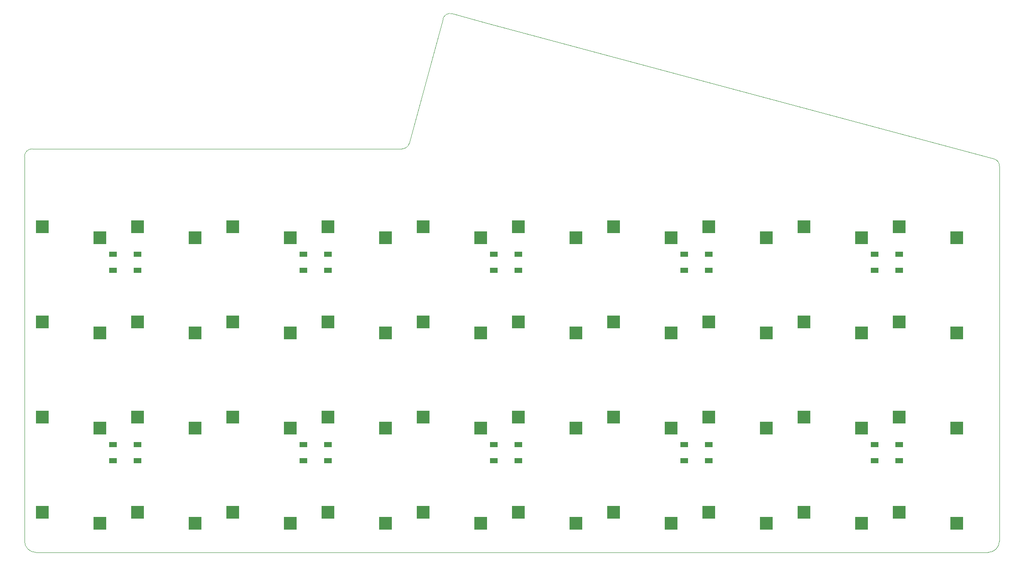
<source format=gbp>
G04 #@! TF.GenerationSoftware,KiCad,Pcbnew,6.0.7-f9a2dced07~116~ubuntu20.04.1*
G04 #@! TF.CreationDate,2022-09-22T21:47:26+08:00*
G04 #@! TF.ProjectId,V4,56342e6b-6963-4616-945f-706362585858,rev?*
G04 #@! TF.SameCoordinates,Original*
G04 #@! TF.FileFunction,Paste,Bot*
G04 #@! TF.FilePolarity,Positive*
%FSLAX46Y46*%
G04 Gerber Fmt 4.6, Leading zero omitted, Abs format (unit mm)*
G04 Created by KiCad (PCBNEW 6.0.7-f9a2dced07~116~ubuntu20.04.1) date 2022-09-22 21:47:26*
%MOMM*%
%LPD*%
G01*
G04 APERTURE LIST*
G04 #@! TA.AperFunction,Profile*
%ADD10C,0.050000*%
G04 #@! TD*
%ADD11R,2.600000X2.600000*%
%ADD12R,1.500000X1.000000*%
G04 APERTURE END LIST*
D10*
X59436000Y-154686000D02*
X59436000Y-78486000D01*
X59436000Y-154686000D02*
G75*
G03*
X61722000Y-156972000I2286000J0D01*
G01*
X134962250Y-76200000D02*
X131178300Y-76200000D01*
X134962250Y-76200047D02*
G75*
G03*
X136434319Y-75070441I-50J1524047D01*
G01*
X60960000Y-76200000D02*
G75*
G03*
X59436000Y-77724000I0J-1524000D01*
G01*
X61722000Y-76200000D02*
X131178300Y-76200000D01*
X61722000Y-76200000D02*
X60960000Y-76200000D01*
X252222000Y-156972000D02*
X61722000Y-156972000D01*
X254507993Y-79667100D02*
G75*
G03*
X253365350Y-78179844I-1523993J11700D01*
G01*
X252222000Y-156972000D02*
G75*
G03*
X254508000Y-154686000I0J2286000D01*
G01*
X59436000Y-77724000D02*
X59436000Y-78486000D01*
X145016441Y-49147744D02*
X151738470Y-50953142D01*
X145016443Y-49147735D02*
G75*
G03*
X143149931Y-50225373I-394443J-1472065D01*
G01*
X254507999Y-79667100D02*
X254508000Y-154686000D01*
X151738470Y-50953142D02*
X253365350Y-78179844D01*
X143149931Y-50225373D02*
X136434319Y-75070441D01*
D11*
X226922000Y-151111000D03*
X215372000Y-148911000D03*
X226922001Y-113011000D03*
X215372001Y-110811000D03*
X150722000Y-113011000D03*
X139172000Y-110811000D03*
X245972000Y-151111000D03*
X234422000Y-148911000D03*
X131672000Y-93961000D03*
X120122000Y-91761000D03*
X131672000Y-132061000D03*
X120122000Y-129861000D03*
X131672000Y-151111000D03*
X120122000Y-148911000D03*
X188822000Y-93961000D03*
X177272000Y-91761000D03*
X188822000Y-113011000D03*
X177272000Y-110811000D03*
X207872000Y-93961000D03*
X196322000Y-91761000D03*
X150722000Y-132061000D03*
X139172000Y-129861000D03*
X112622001Y-113011000D03*
X101072001Y-110811000D03*
X245972000Y-132061000D03*
X234422000Y-129861000D03*
X93572000Y-132061001D03*
X82022000Y-129861001D03*
X112622000Y-151111000D03*
X101072000Y-148911000D03*
X112622000Y-93961000D03*
X101072000Y-91761000D03*
X93572000Y-151111000D03*
X82022000Y-148911000D03*
X245972000Y-93961000D03*
X234422000Y-91761000D03*
X169772000Y-132061000D03*
X158222000Y-129861000D03*
X150722000Y-93961000D03*
X139172000Y-91761000D03*
X150722000Y-151111000D03*
X139172000Y-148911000D03*
X93571999Y-113011000D03*
X82021999Y-110811000D03*
X169772000Y-151111000D03*
X158222000Y-148911000D03*
X188822000Y-151111000D03*
X177272000Y-148911000D03*
X131672000Y-113011000D03*
X120122000Y-110811000D03*
X93572000Y-93961000D03*
X82022000Y-91761000D03*
X207872000Y-151111000D03*
X196322000Y-148911000D03*
X245972000Y-113011000D03*
X234422000Y-110811000D03*
X169772000Y-113011000D03*
X158222000Y-110811000D03*
X169772000Y-93961000D03*
X158222000Y-91761000D03*
X207872000Y-132061001D03*
X196322000Y-129861001D03*
X112622000Y-132061001D03*
X101072000Y-129861001D03*
X226922000Y-132061001D03*
X215372000Y-129861001D03*
X74522000Y-151111000D03*
X62972000Y-148911000D03*
X226922000Y-93961000D03*
X215372000Y-91761000D03*
X74522000Y-93961000D03*
X62972000Y-91761000D03*
X207871999Y-113011000D03*
X196321999Y-110811000D03*
X188822000Y-132061000D03*
X177272000Y-129861000D03*
X74522000Y-132061000D03*
X62972000Y-129861000D03*
X74522000Y-113011000D03*
X62972000Y-110811000D03*
D12*
X120137000Y-97331000D03*
X120137000Y-100531000D03*
X115237000Y-100531000D03*
X115237000Y-97331000D03*
X115237000Y-138621000D03*
X115237000Y-135421000D03*
X120137000Y-135421000D03*
X120137000Y-138621000D03*
X158237000Y-97331000D03*
X158237000Y-100531000D03*
X153337000Y-100531000D03*
X153337000Y-97331000D03*
X229537000Y-138621000D03*
X229537000Y-135421000D03*
X234437000Y-135421000D03*
X234437000Y-138621000D03*
X196337000Y-97331000D03*
X196337000Y-100531000D03*
X191437000Y-100531000D03*
X191437000Y-97331000D03*
X234437000Y-97331000D03*
X234437000Y-100531000D03*
X229537000Y-100531000D03*
X229537000Y-97331000D03*
X191437000Y-138621000D03*
X191437000Y-135421000D03*
X196337000Y-135421000D03*
X196337000Y-138621000D03*
X153337000Y-138621000D03*
X153337000Y-135421000D03*
X158237000Y-135421000D03*
X158237000Y-138621000D03*
X82037000Y-97331000D03*
X82037000Y-100531000D03*
X77137000Y-100531000D03*
X77137000Y-97331000D03*
X77137000Y-138621000D03*
X77137000Y-135421000D03*
X82037000Y-135421000D03*
X82037000Y-138621000D03*
M02*

</source>
